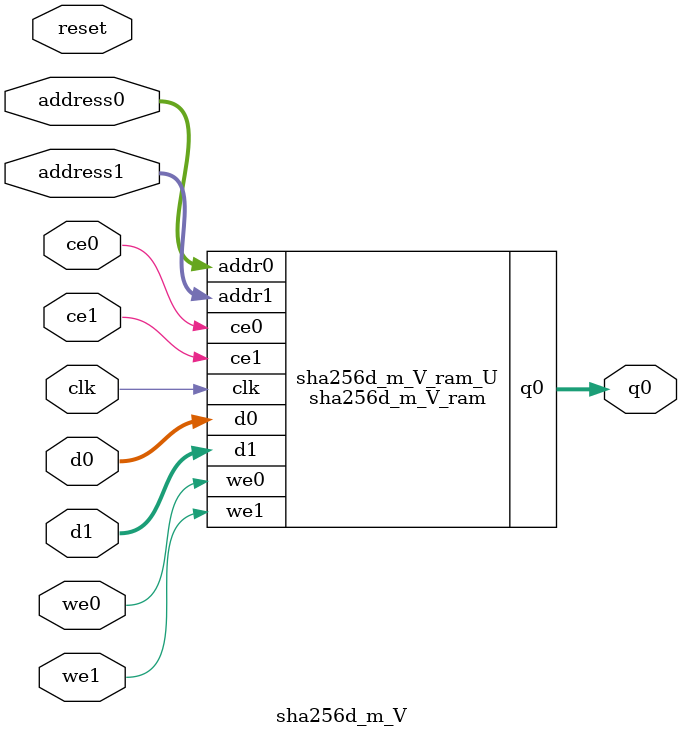
<source format=v>
`timescale 1 ns / 1 ps
module sha256d_m_V_ram (addr0, ce0, d0, we0, q0, addr1, ce1, d1, we1,  clk);

parameter DWIDTH = 32;
parameter AWIDTH = 6;
parameter MEM_SIZE = 64;

input[AWIDTH-1:0] addr0;
input ce0;
input[DWIDTH-1:0] d0;
input we0;
output reg[DWIDTH-1:0] q0;
input[AWIDTH-1:0] addr1;
input ce1;
input[DWIDTH-1:0] d1;
input we1;
input clk;

(* ram_style = "block" *)reg [DWIDTH-1:0] ram[0:MEM_SIZE-1];




always @(posedge clk)  
begin 
    if (ce0) begin
        if (we0) 
            ram[addr0] <= d0; 
        q0 <= ram[addr0];
    end
end


always @(posedge clk)  
begin 
    if (ce1) begin
        if (we1) 
            ram[addr1] <= d1; 
    end
end


endmodule

`timescale 1 ns / 1 ps
module sha256d_m_V(
    reset,
    clk,
    address0,
    ce0,
    we0,
    d0,
    q0,
    address1,
    ce1,
    we1,
    d1);

parameter DataWidth = 32'd32;
parameter AddressRange = 32'd64;
parameter AddressWidth = 32'd6;
input reset;
input clk;
input[AddressWidth - 1:0] address0;
input ce0;
input we0;
input[DataWidth - 1:0] d0;
output[DataWidth - 1:0] q0;
input[AddressWidth - 1:0] address1;
input ce1;
input we1;
input[DataWidth - 1:0] d1;



sha256d_m_V_ram sha256d_m_V_ram_U(
    .clk( clk ),
    .addr0( address0 ),
    .ce0( ce0 ),
    .we0( we0 ),
    .d0( d0 ),
    .q0( q0 ),
    .addr1( address1 ),
    .ce1( ce1 ),
    .we1( we1 ),
    .d1( d1 ));

endmodule


</source>
